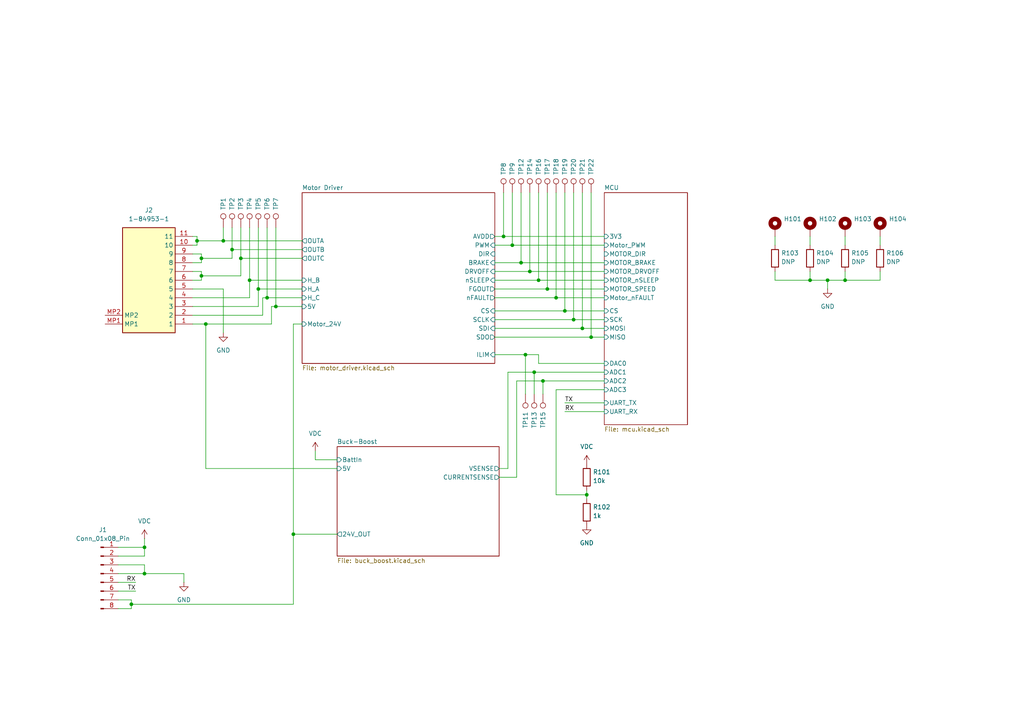
<source format=kicad_sch>
(kicad_sch (version 20231120) (generator "eeschema") (generator_version "8.0")
  (paper "A4")
  (lib_symbols
    (symbol "Connector:Conn_01x08_Pin" (pin_names (offset 1.016) hide)
      (property "Reference" "J" (at 0 10.16 0))
      (property "Value" "Conn_01x08_Pin" (at 0 -12.7 0))
      (symbol "Conn_01x08_Pin_1_1"
        (polyline (pts (xy 1.27 -10.16) (xy 0.8636 -10.16)) (stroke (width 0.1524)))
        (polyline (pts (xy 1.27 -7.62) (xy 0.8636 -7.62)) (stroke (width 0.1524)))
        (polyline (pts (xy 1.27 -5.08) (xy 0.8636 -5.08)) (stroke (width 0.1524)))
        (polyline (pts (xy 1.27 -2.54) (xy 0.8636 -2.54)) (stroke (width 0.1524)))
        (polyline (pts (xy 1.27 0) (xy 0.8636 0)) (stroke (width 0.1524)))
        (polyline (pts (xy 1.27 2.54) (xy 0.8636 2.54)) (stroke (width 0.1524)))
        (polyline (pts (xy 1.27 5.08) (xy 0.8636 5.08)) (stroke (width 0.1524)))
        (polyline (pts (xy 1.27 7.62) (xy 0.8636 7.62)) (stroke (width 0.1524)))
        (rectangle (start 0.8636 -10.033) (end 0 -10.287) (stroke (width 0.1524)) (fill (type outline)))
        (rectangle (start 0.8636 -7.493) (end 0 -7.747) (stroke (width 0.1524)) (fill (type outline)))
        (rectangle (start 0.8636 -4.953) (end 0 -5.207) (stroke (width 0.1524)) (fill (type outline)))
        (rectangle (start 0.8636 -2.413) (end 0 -2.667) (stroke (width 0.1524)) (fill (type outline)))
        (rectangle (start 0.8636 0.127) (end 0 -0.127) (stroke (width 0.1524)) (fill (type outline)))
        (rectangle (start 0.8636 2.667) (end 0 2.413) (stroke (width 0.1524)) (fill (type outline)))
        (rectangle (start 0.8636 5.207) (end 0 4.953) (stroke (width 0.1524)) (fill (type outline)))
        (rectangle (start 0.8636 7.747) (end 0 7.493) (stroke (width 0.1524)) (fill (type outline)))
        (pin passive line (at 5.08 7.62 180) (length 3.81) (name "Pin_1") (number "1"))
        (pin passive line (at 5.08 5.08 180) (length 3.81) (name "Pin_2") (number "2"))
        (pin passive line (at 5.08 2.54 180) (length 3.81) (name "Pin_3") (number "3"))
        (pin passive line (at 5.08 0 180) (length 3.81) (name "Pin_4") (number "4"))
        (pin passive line (at 5.08 -2.54 180) (length 3.81) (name "Pin_5") (number "5"))
        (pin passive line (at 5.08 -5.08 180) (length 3.81) (name "Pin_6") (number "6"))
        (pin passive line (at 5.08 -7.62 180) (length 3.81) (name "Pin_7") (number "7"))
        (pin passive line (at 5.08 -10.16 180) (length 3.81) (name "Pin_8") (number "8"))
      )
    )
    (symbol "Connector:TestPoint" (pin_numbers hide) (pin_names (offset 0.762) hide)
      (property "Reference" "TP" (at 0 6.858 0))
      (property "Value" "TestPoint" (at 0 5.08 0))
      (symbol "TestPoint_0_1"
        (circle (center 0 3.302) (radius 0.762))
      )
      (symbol "TestPoint_1_1"
        (pin passive line (at 0 0 90) (length 2.54) (name "1") (number "1"))
      )
    )
    (symbol "Device:R" (pin_numbers hide) (pin_names (offset 0))
      (property "Reference" "R" (at 2.032 0 90))
      (property "Value" "R" (at 0 0 90))
      (symbol "R_0_1"
        (rectangle (start -1.016 -2.54) (end 1.016 2.54) (stroke (width 0.254)))
      )
      (symbol "R_1_1"
        (pin passive line (at 0 3.81 270) (length 1.27) (name "~") (number "1"))
        (pin passive line (at 0 -3.81 90) (length 1.27) (name "~") (number "2"))
      )
    )
    (symbol "Mechanical:MountingHole_Pad" (pin_numbers hide) (pin_names (offset 1.016) hide) (exclude_from_sim yes) (in_bom no)
      (property "Reference" "H" (at 0 6.35 0))
      (property "Value" "MountingHole_Pad" (at 0 4.445 0))
      (symbol "MountingHole_Pad_0_1"
        (circle (center 0 1.27) (radius 1.27) (stroke (width 1.27)))
      )
      (symbol "MountingHole_Pad_1_1"
        (pin input line (at 0 -2.54 90) (length 2.54) (name "1") (number "1"))
      )
    )
    (symbol "RW_Imports:1-84953-1"
      (property "Reference" "J" (at 21.59 7.62 0))
      (property "Value" "1-84953-1" (at 21.59 5.08 0))
      (symbol "1-84953-1_1_1"
        (rectangle (start 5.08 2.54) (end 20.32 -27.94) (stroke (width 0.254)) (fill (type background)))
        (pin passive line (at 25.4 0 180) (length 5.08) (name "1") (number "1"))
        (pin passive line (at 25.4 -22.86 180) (length 5.08) (name "10") (number "10"))
        (pin passive line (at 25.4 -25.4 180) (length 5.08) (name "11") (number "11"))
        (pin passive line (at 25.4 -2.54 180) (length 5.08) (name "2") (number "2"))
        (pin passive line (at 25.4 -5.08 180) (length 5.08) (name "3") (number "3"))
        (pin passive line (at 25.4 -7.62 180) (length 5.08) (name "4") (number "4"))
        (pin passive line (at 25.4 -10.16 180) (length 5.08) (name "5") (number "5"))
        (pin passive line (at 25.4 -12.7 180) (length 5.08) (name "6") (number "6"))
        (pin passive line (at 25.4 -15.24 180) (length 5.08) (name "7") (number "7"))
        (pin passive line (at 25.4 -17.78 180) (length 5.08) (name "8") (number "8"))
        (pin passive line (at 25.4 -20.32 180) (length 5.08) (name "9") (number "9"))
        (pin passive line (at 0 0 0) (length 5.08) (name "MP1") (number "MP1"))
        (pin passive line (at 0 -2.54 0) (length 5.08) (name "MP2") (number "MP2"))
      )
    )
    (symbol "power:GND" (power) (pin_numbers hide) (pin_names (offset 0) hide)
      (property "Value" "GND" (at 0 -3.81 0))
      (symbol "GND_0_1"
        (polyline (pts (xy 0 0) (xy 0 -1.27) (xy 1.27 -1.27) (xy 0 -2.54) (xy -1.27 -1.27) (xy 0 -1.27)))
      )
      (symbol "GND_1_1"
        (pin power_in line (at 0 0 270) (length 0) (name "~") (number "1"))
      )
    )
    (symbol "power:VDC" (power) (pin_numbers hide) (pin_names (offset 0) hide)
      (property "Value" "VDC" (at 0 3.556 0))
      (symbol "VDC_0_1"
        (polyline (pts (xy -0.762 1.27) (xy 0 2.54)))
        (polyline (pts (xy 0 0) (xy 0 2.54)))
        (polyline (pts (xy 0 2.54) (xy 0.762 1.27)))
      )
      (symbol "VDC_1_1"
        (pin power_in line (at 0 0 90) (length 0) (name "~") (number "1"))
      )
    )
  )
  (junction (at 161.29 86.36))
  (junction (at 41.91 158.75))
  (junction (at 234.95 81.28))
  (junction (at 240.03 81.28))
  (junction (at 146.05 68.58))
  (junction (at 74.93 83.82))
  (junction (at 168.91 95.25))
  (junction (at 166.37 92.71))
  (junction (at 80.01 88.9))
  (junction (at 58.42 74.93))
  (junction (at 158.75 83.82))
  (junction (at 170.18 143.51))
  (junction (at 245.11 81.28))
  (junction (at 163.83 90.17))
  (junction (at 148.59 71.12))
  (junction (at 154.94 107.95))
  (junction (at 72.39 81.28))
  (junction (at 41.91 166.37))
  (junction (at 58.42 80.01))
  (junction (at 151.13 76.2))
  (junction (at 57.15 69.85))
  (junction (at 38.1 175.26))
  (junction (at 67.31 72.39))
  (junction (at 156.21 81.28))
  (junction (at 85.09 154.94))
  (junction (at 64.77 69.85))
  (junction (at 152.4 102.87))
  (junction (at 153.67 78.74))
  (junction (at 171.45 97.79))
  (junction (at 69.85 74.93))
  (junction (at 77.47 86.36))
  (junction (at 157.48 110.49))
  (junction (at 59.69 93.98))
  (wire (pts (xy 166.37 55.88) (xy 166.37 92.71)))
  (wire (pts (xy 55.88 83.82) (xy 64.77 83.82)))
  (wire (pts (xy 161.29 143.51) (xy 161.29 113.03)))
  (wire (pts (xy 146.05 55.88) (xy 146.05 68.58)))
  (wire (pts (xy 85.09 154.94) (xy 85.09 93.98)))
  (wire (pts (xy 64.77 83.82) (xy 64.77 96.52)))
  (wire (pts (xy 158.75 83.82) (xy 175.26 83.82)))
  (wire (pts (xy 255.27 68.58) (xy 255.27 71.12)))
  (wire (pts (xy 153.67 55.88) (xy 153.67 78.74)))
  (wire (pts (xy 234.95 78.74) (xy 234.95 81.28)))
  (wire (pts (xy 143.51 83.82) (xy 158.75 83.82)))
  (wire (pts (xy 53.34 166.37) (xy 53.34 168.91)))
  (wire (pts (xy 64.77 66.04) (xy 64.77 69.85)))
  (wire (pts (xy 57.15 69.85) (xy 57.15 71.12)))
  (wire (pts (xy 34.29 173.99) (xy 38.1 173.99)))
  (wire (pts (xy 85.09 93.98) (xy 87.63 93.98)))
  (wire (pts (xy 245.11 78.74) (xy 245.11 81.28)))
  (wire (pts (xy 163.83 55.88) (xy 163.83 90.17)))
  (wire (pts (xy 41.91 161.29) (xy 41.91 158.75)))
  (wire (pts (xy 168.91 95.25) (xy 175.26 95.25)))
  (wire (pts (xy 77.47 86.36) (xy 87.63 86.36)))
  (wire (pts (xy 34.29 166.37) (xy 41.91 166.37)))
  (wire (pts (xy 143.51 95.25) (xy 168.91 95.25)))
  (wire (pts (xy 34.29 168.91) (xy 39.37 168.91)))
  (wire (pts (xy 72.39 86.36) (xy 55.88 86.36)))
  (wire (pts (xy 67.31 74.93) (xy 58.42 74.93)))
  (wire (pts (xy 156.21 105.41) (xy 175.26 105.41)))
  (wire (pts (xy 76.2 86.36) (xy 76.2 91.44)))
  (wire (pts (xy 240.03 81.28) (xy 240.03 83.82)))
  (wire (pts (xy 158.75 55.88) (xy 158.75 83.82)))
  (wire (pts (xy 85.09 175.26) (xy 85.09 154.94)))
  (wire (pts (xy 143.51 76.2) (xy 151.13 76.2)))
  (wire (pts (xy 170.18 142.24) (xy 170.18 143.51)))
  (wire (pts (xy 72.39 66.04) (xy 72.39 81.28)))
  (wire (pts (xy 58.42 74.93) (xy 58.42 73.66)))
  (wire (pts (xy 74.93 66.04) (xy 74.93 83.82)))
  (wire (pts (xy 38.1 175.26) (xy 38.1 176.53)))
  (wire (pts (xy 57.15 68.58) (xy 57.15 69.85)))
  (wire (pts (xy 143.51 92.71) (xy 166.37 92.71)))
  (wire (pts (xy 97.79 154.94) (xy 85.09 154.94)))
  (wire (pts (xy 161.29 86.36) (xy 175.26 86.36)))
  (wire (pts (xy 143.51 81.28) (xy 156.21 81.28)))
  (wire (pts (xy 67.31 66.04) (xy 67.31 72.39)))
  (wire (pts (xy 149.86 138.43) (xy 149.86 110.49)))
  (wire (pts (xy 58.42 80.01) (xy 69.85 80.01)))
  (wire (pts (xy 72.39 81.28) (xy 72.39 86.36)))
  (wire (pts (xy 80.01 66.04) (xy 80.01 88.9)))
  (wire (pts (xy 143.51 102.87) (xy 152.4 102.87)))
  (wire (pts (xy 59.69 93.98) (xy 55.88 93.98)))
  (wire (pts (xy 64.77 69.85) (xy 87.63 69.85)))
  (wire (pts (xy 34.29 171.45) (xy 39.37 171.45)))
  (wire (pts (xy 59.69 135.89) (xy 59.69 93.98)))
  (wire (pts (xy 38.1 175.26) (xy 85.09 175.26)))
  (wire (pts (xy 55.88 88.9) (xy 74.93 88.9)))
  (wire (pts (xy 69.85 74.93) (xy 69.85 80.01)))
  (wire (pts (xy 175.26 107.95) (xy 154.94 107.95)))
  (wire (pts (xy 91.44 133.35) (xy 97.79 133.35)))
  (wire (pts (xy 157.48 110.49) (xy 175.26 110.49)))
  (wire (pts (xy 41.91 158.75) (xy 41.91 156.21)))
  (wire (pts (xy 171.45 97.79) (xy 175.26 97.79)))
  (wire (pts (xy 74.93 83.82) (xy 87.63 83.82)))
  (wire (pts (xy 234.95 68.58) (xy 234.95 71.12)))
  (wire (pts (xy 55.88 76.2) (xy 58.42 76.2)))
  (wire (pts (xy 240.03 81.28) (xy 245.11 81.28)))
  (wire (pts (xy 78.74 93.98) (xy 59.69 93.98)))
  (wire (pts (xy 171.45 55.88) (xy 171.45 97.79)))
  (wire (pts (xy 55.88 73.66) (xy 58.42 73.66)))
  (wire (pts (xy 72.39 81.28) (xy 87.63 81.28)))
  (wire (pts (xy 76.2 86.36) (xy 77.47 86.36)))
  (wire (pts (xy 146.05 68.58) (xy 175.26 68.58)))
  (wire (pts (xy 147.32 135.89) (xy 144.78 135.89)))
  (wire (pts (xy 57.15 71.12) (xy 55.88 71.12)))
  (wire (pts (xy 143.51 78.74) (xy 153.67 78.74)))
  (wire (pts (xy 163.83 116.84) (xy 175.26 116.84)))
  (wire (pts (xy 57.15 69.85) (xy 64.77 69.85)))
  (wire (pts (xy 97.79 135.89) (xy 59.69 135.89)))
  (wire (pts (xy 55.88 81.28) (xy 58.42 81.28)))
  (wire (pts (xy 69.85 66.04) (xy 69.85 74.93)))
  (wire (pts (xy 163.83 90.17) (xy 175.26 90.17)))
  (wire (pts (xy 58.42 80.01) (xy 58.42 78.74)))
  (wire (pts (xy 53.34 166.37) (xy 41.91 166.37)))
  (wire (pts (xy 245.11 68.58) (xy 245.11 71.12)))
  (wire (pts (xy 143.51 90.17) (xy 163.83 90.17)))
  (wire (pts (xy 148.59 55.88) (xy 148.59 71.12)))
  (wire (pts (xy 163.83 119.38) (xy 175.26 119.38)))
  (wire (pts (xy 224.79 68.58) (xy 224.79 71.12)))
  (wire (pts (xy 143.51 71.12) (xy 148.59 71.12)))
  (wire (pts (xy 224.79 81.28) (xy 234.95 81.28)))
  (wire (pts (xy 168.91 55.88) (xy 168.91 95.25)))
  (wire (pts (xy 55.88 78.74) (xy 58.42 78.74)))
  (wire (pts (xy 152.4 114.3) (xy 152.4 102.87)))
  (wire (pts (xy 157.48 110.49) (xy 157.48 114.3)))
  (wire (pts (xy 149.86 110.49) (xy 157.48 110.49)))
  (wire (pts (xy 143.51 97.79) (xy 171.45 97.79)))
  (wire (pts (xy 78.74 88.9) (xy 78.74 93.98)))
  (wire (pts (xy 34.29 163.83) (xy 41.91 163.83)))
  (wire (pts (xy 87.63 88.9) (xy 80.01 88.9)))
  (wire (pts (xy 156.21 102.87) (xy 156.21 105.41)))
  (wire (pts (xy 41.91 163.83) (xy 41.91 166.37)))
  (wire (pts (xy 67.31 72.39) (xy 87.63 72.39)))
  (wire (pts (xy 34.29 176.53) (xy 38.1 176.53)))
  (wire (pts (xy 80.01 88.9) (xy 78.74 88.9)))
  (wire (pts (xy 143.51 68.58) (xy 146.05 68.58)))
  (wire (pts (xy 69.85 74.93) (xy 87.63 74.93)))
  (wire (pts (xy 166.37 92.71) (xy 175.26 92.71)))
  (wire (pts (xy 234.95 81.28) (xy 240.03 81.28)))
  (wire (pts (xy 67.31 72.39) (xy 67.31 74.93)))
  (wire (pts (xy 144.78 138.43) (xy 149.86 138.43)))
  (wire (pts (xy 34.29 161.29) (xy 41.91 161.29)))
  (wire (pts (xy 55.88 68.58) (xy 57.15 68.58)))
  (wire (pts (xy 148.59 71.12) (xy 175.26 71.12)))
  (wire (pts (xy 255.27 81.28) (xy 255.27 78.74)))
  (wire (pts (xy 58.42 81.28) (xy 58.42 80.01)))
  (wire (pts (xy 147.32 107.95) (xy 147.32 135.89)))
  (wire (pts (xy 156.21 81.28) (xy 175.26 81.28)))
  (wire (pts (xy 74.93 88.9) (xy 74.93 83.82)))
  (wire (pts (xy 170.18 143.51) (xy 161.29 143.51)))
  (wire (pts (xy 151.13 76.2) (xy 175.26 76.2)))
  (wire (pts (xy 34.29 158.75) (xy 41.91 158.75)))
  (wire (pts (xy 156.21 55.88) (xy 156.21 81.28)))
  (wire (pts (xy 58.42 76.2) (xy 58.42 74.93)))
  (wire (pts (xy 143.51 86.36) (xy 161.29 86.36)))
  (wire (pts (xy 245.11 81.28) (xy 255.27 81.28)))
  (wire (pts (xy 76.2 91.44) (xy 55.88 91.44)))
  (wire (pts (xy 154.94 107.95) (xy 147.32 107.95)))
  (wire (pts (xy 161.29 55.88) (xy 161.29 86.36)))
  (wire (pts (xy 77.47 66.04) (xy 77.47 86.36)))
  (wire (pts (xy 153.67 78.74) (xy 175.26 78.74)))
  (wire (pts (xy 161.29 113.03) (xy 175.26 113.03)))
  (wire (pts (xy 91.44 130.81) (xy 91.44 133.35)))
  (wire (pts (xy 151.13 55.88) (xy 151.13 76.2)))
  (wire (pts (xy 152.4 102.87) (xy 156.21 102.87)))
  (wire (pts (xy 224.79 78.74) (xy 224.79 81.28)))
  (wire (pts (xy 38.1 173.99) (xy 38.1 175.26)))
  (wire (pts (xy 154.94 107.95) (xy 154.94 114.3)))
  (wire (pts (xy 170.18 143.51) (xy 170.18 144.78)))
  (label "RX" (at 163.83 119.38 0))
  (label "TX" (at 163.83 116.84 0))
  (label "TX" (at 39.37 171.45 180))
  (label "RX" (at 39.37 168.91 180))
  (symbol (lib_id "Device:R") (at 234.95 74.93 0) (unit 1)
    (property "Reference" "R104" (at 236.728 73.406 0) (effects (justify left)))
    (property "Value" "DNP" (at 236.728 75.946 0) (effects (justify left)))
    (property "Footprint" "Resistor_SMD:R_0402_1005Metric" (effects (hide yes)))
    (property "Description" "Resistor" (effects (hide yes)))
  )
  (symbol (lib_id "Connector:TestPoint") (at 152.4 114.3 180) (unit 1)
    (property "Reference" "TP11" (at 152.4 119.38 90) (effects (justify left)))
    (property "Value" "TestPoint" (effects (hide yes)))
    (property "Footprint" "TestPoint:TestPoint_Pad_1.0x1.0mm" (effects (hide yes)))
    (property "Description" "test point" (effects (hide yes)))
  )
  (symbol (lib_id "Connector:TestPoint") (at 148.59 55.88 0) (unit 1)
    (property "Reference" "TP9" (at 148.59 50.8 90) (effects (justify left)))
    (property "Value" "TestPoint" (effects (hide yes)))
    (property "Footprint" "TestPoint:TestPoint_Pad_1.0x1.0mm" (effects (hide yes)))
    (property "Description" "test point" (effects (hide yes)))
  )
  (symbol (lib_id "RW_Imports:1-84953-1") (at 30.48 93.98 0) (mirror x) (unit 1)
    (property "Reference" "J2" (at 43.18 60.96 0))
    (property "Value" "1-84953-1" (at 43.18 63.5 0))
    (property "Footprint" "1849531" (effects (hide yes)))
    (property "Datasheet" "https://www.te.com/commerce/DocumentDelivery/DDEController?Action=showdoc&DocId=Customer+Drawing%7F84953%7FA3%7Fpdf%7FEnglish%7FENG_CD_84953_A3.pdf%7F1-84953-5" (effects (hide yes)))
    (property "Description" "1MM FPC HORZ.TOP CONT.ASSY 11P" (effects (hide yes)))
    (property "Height" "2.74" (effects (hide yes)))
    (property "Mouser Part Number" "571-1-84953-1" (effects (hide yes)))
    (property "Mouser Price/Stock" "https://www.mouser.co.uk/ProductDetail/TE-Connectivity/1-84953-1?qs=uUkeXfjQ8uQbyHjuXR99Yw%3D%3D" (effects (hide yes)))
    (property "Manufacturer_Name" "TE Connectivity" (effects (hide yes)))
    (property "Manufacturer_Part_Number" "1-84953-1" (effects (hide yes)))
  )
  (symbol (lib_id "Mechanical:MountingHole_Pad") (at 245.11 66.04 0) (unit 1) (exclude_from_sim yes) (in_bom no)
    (property "Reference" "H103" (at 247.65 63.4999 0) (effects (justify left)))
    (property "Value" "MountingHole_Pad" (effects (hide yes)))
    (property "Footprint" "RW_Imports:MountingHole_3.4mm_Pad" (effects (hide yes)))
    (property "Description" "Mounting Hole with connection" (effects (hide yes)))
  )
  (symbol (lib_id "Connector:TestPoint") (at 72.39 66.04 0) (unit 1)
    (property "Reference" "TP4" (at 72.39 60.96 90) (effects (justify left)))
    (property "Value" "TestPoint" (effects (hide yes)))
    (property "Footprint" "TestPoint:TestPoint_Pad_1.0x1.0mm" (effects (hide yes)))
    (property "Description" "test point" (effects (hide yes)))
  )
  (symbol (lib_id "Connector:TestPoint") (at 153.67 55.88 0) (unit 1)
    (property "Reference" "TP14" (at 153.67 50.8 90) (effects (justify left)))
    (property "Value" "TestPoint" (effects (hide yes)))
    (property "Footprint" "TestPoint:TestPoint_Pad_1.0x1.0mm" (effects (hide yes)))
    (property "Description" "test point" (effects (hide yes)))
  )
  (symbol (lib_id "Device:R") (at 170.18 148.59 0) (unit 1)
    (property "Reference" "R102" (at 171.958 147.066 0) (effects (justify left)))
    (property "Value" "1k" (at 171.958 149.606 0) (effects (justify left)))
    (property "Footprint" "Resistor_SMD:R_0402_1005Metric" (effects (hide yes)))
    (property "Description" "Resistor" (effects (hide yes)))
  )
  (symbol (lib_id "power:GND") (at 170.18 152.4 0) (unit 1)
    (property "Reference" "#PWR0102" (effects (hide yes)))
    (property "Value" "GND" (at 170.18 157.48 0))
    (property "Description" "Power symbol creates a global label with name \"GND\" , ground" (effects (hide yes)))
  )
  (symbol (lib_id "Connector:TestPoint") (at 161.29 55.88 0) (unit 1)
    (property "Reference" "TP18" (at 161.29 50.8 90) (effects (justify left)))
    (property "Value" "TestPoint" (effects (hide yes)))
    (property "Footprint" "TestPoint:TestPoint_Pad_1.0x1.0mm" (effects (hide yes)))
    (property "Description" "test point" (effects (hide yes)))
  )
  (symbol (lib_id "Connector:TestPoint") (at 166.37 55.88 0) (unit 1)
    (property "Reference" "TP20" (at 166.37 50.8 90) (effects (justify left)))
    (property "Value" "TestPoint" (effects (hide yes)))
    (property "Footprint" "TestPoint:TestPoint_Pad_1.0x1.0mm" (effects (hide yes)))
    (property "Description" "test point" (effects (hide yes)))
  )
  (symbol (lib_id "Connector:TestPoint") (at 156.21 55.88 0) (unit 1)
    (property "Reference" "TP16" (at 156.21 50.8 90) (effects (justify left)))
    (property "Value" "TestPoint" (effects (hide yes)))
    (property "Footprint" "TestPoint:TestPoint_Pad_1.0x1.0mm" (effects (hide yes)))
    (property "Description" "test point" (effects (hide yes)))
  )
  (symbol (lib_id "Connector:TestPoint") (at 64.77 66.04 0) (unit 1)
    (property "Reference" "TP1" (at 64.77 60.96 90) (effects (justify left)))
    (property "Value" "TestPoint" (effects (hide yes)))
    (property "Footprint" "TestPoint:TestPoint_Pad_1.0x1.0mm" (effects (hide yes)))
    (property "Description" "test point" (effects (hide yes)))
  )
  (symbol (lib_id "Connector:TestPoint") (at 74.93 66.04 0) (unit 1)
    (property "Reference" "TP5" (at 74.93 60.96 90) (effects (justify left)))
    (property "Value" "TestPoint" (effects (hide yes)))
    (property "Footprint" "TestPoint:TestPoint_Pad_1.0x1.0mm" (effects (hide yes)))
    (property "Description" "test point" (effects (hide yes)))
  )
  (symbol (lib_id "Connector:TestPoint") (at 154.94 114.3 180) (unit 1)
    (property "Reference" "TP13" (at 154.94 119.38 90) (effects (justify left)))
    (property "Value" "TestPoint" (effects (hide yes)))
    (property "Footprint" "TestPoint:TestPoint_Pad_1.0x1.0mm" (effects (hide yes)))
    (property "Description" "test point" (effects (hide yes)))
  )
  (symbol (lib_id "Device:R") (at 224.79 74.93 0) (unit 1)
    (property "Reference" "R103" (at 226.568 73.406 0) (effects (justify left)))
    (property "Value" "DNP" (at 226.568 75.946 0) (effects (justify left)))
    (property "Footprint" "Resistor_SMD:R_0402_1005Metric" (effects (hide yes)))
    (property "Description" "Resistor" (effects (hide yes)))
  )
  (symbol (lib_id "Connector:TestPoint") (at 77.47 66.04 0) (unit 1)
    (property "Reference" "TP6" (at 77.47 60.96 90) (effects (justify left)))
    (property "Value" "TestPoint" (effects (hide yes)))
    (property "Footprint" "TestPoint:TestPoint_Pad_1.0x1.0mm" (effects (hide yes)))
    (property "Description" "test point" (effects (hide yes)))
  )
  (symbol (lib_id "power:VDC") (at 91.44 130.81 0) (unit 1)
    (property "Reference" "#PWR04" (effects (hide yes)))
    (property "Value" "VDC" (at 91.44 125.73 0))
    (property "Description" "Power symbol creates a global label with name \"VDC\"" (effects (hide yes)))
  )
  (symbol (lib_id "power:VDC") (at 170.18 134.62 0) (unit 1)
    (property "Reference" "#PWR0101" (effects (hide yes)))
    (property "Value" "VDC" (at 170.18 129.54 0))
    (property "Description" "Power symbol creates a global label with name \"VDC\"" (effects (hide yes)))
  )
  (symbol (lib_id "power:GND") (at 240.03 83.82 0) (unit 1)
    (property "Reference" "#PWR0103" (effects (hide yes)))
    (property "Value" "GND" (at 240.03 88.9 0))
    (property "Description" "Power symbol creates a global label with name \"GND\" , ground" (effects (hide yes)))
  )
  (symbol (lib_id "Connector:TestPoint") (at 151.13 55.88 0) (unit 1)
    (property "Reference" "TP12" (at 151.13 50.8 90) (effects (justify left)))
    (property "Value" "TestPoint" (effects (hide yes)))
    (property "Footprint" "TestPoint:TestPoint_Pad_1.0x1.0mm" (effects (hide yes)))
    (property "Description" "test point" (effects (hide yes)))
  )
  (symbol (lib_id "Device:R") (at 245.11 74.93 0) (unit 1)
    (property "Reference" "R105" (at 246.888 73.406 0) (effects (justify left)))
    (property "Value" "DNP" (at 246.888 75.946 0) (effects (justify left)))
    (property "Footprint" "Resistor_SMD:R_0402_1005Metric" (effects (hide yes)))
    (property "Description" "Resistor" (effects (hide yes)))
  )
  (symbol (lib_id "Connector:TestPoint") (at 168.91 55.88 0) (unit 1)
    (property "Reference" "TP21" (at 168.91 50.8 90) (effects (justify left)))
    (property "Value" "TestPoint" (effects (hide yes)))
    (property "Footprint" "TestPoint:TestPoint_Pad_1.0x1.0mm" (effects (hide yes)))
    (property "Description" "test point" (effects (hide yes)))
  )
  (symbol (lib_id "Connector:Conn_01x08_Pin") (at 29.21 166.37 0) (unit 1)
    (property "Reference" "J1" (at 29.845 153.67 0))
    (property "Value" "Conn_01x08_Pin" (at 29.845 156.21 0))
    (property "Footprint" "Connector_Molex:Molex_PicoBlade_53048-0810_1x08_P1.25mm_Horizontal" (effects (hide yes)))
    (property "Description" "Generic connector, single row, 01x08, script generated" (effects (hide yes)))
  )
  (symbol (lib_id "Mechanical:MountingHole_Pad") (at 224.79 66.04 0) (unit 1) (exclude_from_sim yes) (in_bom no)
    (property "Reference" "H101" (at 227.33 63.4999 0) (effects (justify left)))
    (property "Value" "MountingHole_Pad" (effects (hide yes)))
    (property "Footprint" "RW_Imports:MountingHole_3.4mm_Pad" (effects (hide yes)))
    (property "Description" "Mounting Hole with connection" (effects (hide yes)))
  )
  (symbol (lib_id "Mechanical:MountingHole_Pad") (at 234.95 66.04 0) (unit 1) (exclude_from_sim yes) (in_bom no)
    (property "Reference" "H102" (at 237.49 63.4999 0) (effects (justify left)))
    (property "Value" "MountingHole_Pad" (effects (hide yes)))
    (property "Footprint" "RW_Imports:MountingHole_3.4mm_Pad" (effects (hide yes)))
    (property "Description" "Mounting Hole with connection" (effects (hide yes)))
  )
  (symbol (lib_id "Connector:TestPoint") (at 69.85 66.04 0) (unit 1)
    (property "Reference" "TP3" (at 69.85 60.96 90) (effects (justify left)))
    (property "Value" "TestPoint" (effects (hide yes)))
    (property "Footprint" "TestPoint:TestPoint_Pad_1.0x1.0mm" (effects (hide yes)))
    (property "Description" "test point" (effects (hide yes)))
  )
  (symbol (lib_id "Connector:TestPoint") (at 67.31 66.04 0) (unit 1)
    (property "Reference" "TP2" (at 67.31 60.96 90) (effects (justify left)))
    (property "Value" "TestPoint" (effects (hide yes)))
    (property "Footprint" "TestPoint:TestPoint_Pad_1.0x1.0mm" (effects (hide yes)))
    (property "Description" "test point" (effects (hide yes)))
  )
  (symbol (lib_id "power:GND") (at 53.34 168.91 0) (unit 1)
    (property "Reference" "#PWR02" (effects (hide yes)))
    (property "Value" "GND" (at 53.34 173.99 0))
    (property "Description" "Power symbol creates a global label with name \"GND\" , ground" (effects (hide yes)))
  )
  (symbol (lib_id "power:VDC") (at 41.91 156.21 0) (unit 1)
    (property "Reference" "#PWR01" (effects (hide yes)))
    (property "Value" "VDC" (at 41.91 151.13 0))
    (property "Description" "Power symbol creates a global label with name \"VDC\"" (effects (hide yes)))
  )
  (symbol (lib_id "Connector:TestPoint") (at 146.05 55.88 0) (unit 1)
    (property "Reference" "TP8" (at 146.05 50.8 90) (effects (justify left)))
    (property "Value" "TestPoint" (effects (hide yes)))
    (property "Footprint" "TestPoint:TestPoint_Pad_1.0x1.0mm" (effects (hide yes)))
    (property "Description" "test point" (effects (hide yes)))
  )
  (symbol (lib_id "Connector:TestPoint") (at 171.45 55.88 0) (unit 1)
    (property "Reference" "TP22" (at 171.45 50.8 90) (effects (justify left)))
    (property "Value" "TestPoint" (effects (hide yes)))
    (property "Footprint" "TestPoint:TestPoint_Pad_1.0x1.0mm" (effects (hide yes)))
    (property "Description" "test point" (effects (hide yes)))
  )
  (symbol (lib_id "Device:R") (at 170.18 138.43 0) (unit 1)
    (property "Reference" "R101" (at 171.958 136.906 0) (effects (justify left)))
    (property "Value" "10k" (at 171.958 139.446 0) (effects (justify left)))
    (property "Footprint" "Resistor_SMD:R_0402_1005Metric" (effects (hide yes)))
    (property "Description" "Resistor" (effects (hide yes)))
  )
  (symbol (lib_id "Connector:TestPoint") (at 157.48 114.3 180) (unit 1)
    (property "Reference" "TP15" (at 157.48 119.38 90) (effects (justify left)))
    (property "Value" "TestPoint" (effects (hide yes)))
    (property "Footprint" "TestPoint:TestPoint_Pad_1.0x1.0mm" (effects (hide yes)))
    (property "Description" "test point" (effects (hide yes)))
  )
  (symbol (lib_id "Mechanical:MountingHole_Pad") (at 255.27 66.04 0) (unit 1) (exclude_from_sim yes) (in_bom no)
    (property "Reference" "H104" (at 257.81 63.4999 0) (effects (justify left)))
    (property "Value" "MountingHole_Pad" (effects (hide yes)))
    (property "Footprint" "RW_Imports:MountingHole_3.4mm_Pad" (effects (hide yes)))
    (property "Description" "Mounting Hole with connection" (effects (hide yes)))
  )
  (symbol (lib_id "Connector:TestPoint") (at 163.83 55.88 0) (unit 1)
    (property "Reference" "TP19" (at 163.83 50.8 90) (effects (justify left)))
    (property "Value" "TestPoint" (effects (hide yes)))
    (property "Footprint" "TestPoint:TestPoint_Pad_1.0x1.0mm" (effects (hide yes)))
    (property "Description" "test point" (effects (hide yes)))
  )
  (symbol (lib_id "Connector:TestPoint") (at 158.75 55.88 0) (unit 1)
    (property "Reference" "TP17" (at 158.75 50.8 90) (effects (justify left)))
    (property "Value" "TestPoint" (effects (hide yes)))
    (property "Footprint" "TestPoint:TestPoint_Pad_1.0x1.0mm" (effects (hide yes)))
    (property "Description" "test point" (effects (hide yes)))
  )
  (symbol (lib_id "Connector:TestPoint") (at 80.01 66.04 0) (unit 1)
    (property "Reference" "TP7" (at 80.01 60.96 90) (effects (justify left)))
    (property "Value" "TestPoint" (effects (hide yes)))
    (property "Footprint" "TestPoint:TestPoint_Pad_1.0x1.0mm" (effects (hide yes)))
    (property "Description" "test point" (effects (hide yes)))
  )
  (symbol (lib_id "power:GND") (at 64.77 96.52 0) (unit 1)
    (property "Reference" "#PWR03" (effects (hide yes)))
    (property "Value" "GND" (at 64.77 101.6 0))
    (property "Description" "Power symbol creates a global label with name \"GND\" , ground" (effects (hide yes)))
  )
  (symbol (lib_id "Device:R") (at 255.27 74.93 0) (unit 1)
    (property "Reference" "R106" (at 257.048 73.406 0) (effects (justify left)))
    (property "Value" "DNP" (at 257.048 75.946 0) (effects (justify left)))
    (property "Footprint" "Resistor_SMD:R_0402_1005Metric" (effects (hide yes)))
    (property "Description" "Resistor" (effects (hide yes)))
  )
  (sheet (at 87.63 55.88) (size 55.88 49.53) (stroke (width 0.1524))
    (property "Sheetname" "Motor Driver" (at 87.63 55.1684 0) (effects (justify left bottom)))
    (property "Sheetfile" "motor_driver.kicad_sch" (at 87.63 105.9946 0) (effects (justify left top)))
    (pin "FGOUT" output (at 143.51 83.82 0))
    (pin "PWM" input (at 143.51 71.12 0))
    (pin "DIR" input (at 143.51 73.66 0))
    (pin "BRAKE" input (at 143.51 76.2 0))
    (pin "OUTB" output (at 87.63 72.39 180))
    (pin "OUTA" output (at 87.63 69.85 180))
    (pin "OUTC" output (at 87.63 74.93 180))
    (pin "nFAULT" output (at 143.51 86.36 0))
    (pin "DRVOFF" input (at 143.51 78.74 0))
    (pin "nSLEEP" input (at 143.51 81.28 0))
    (pin "AVDD" output (at 143.51 68.58 0))
    (pin "H_C" input (at 87.63 86.36 180))
    (pin "H_B" input (at 87.63 81.28 180))
    (pin "H_A" input (at 87.63 83.82 180))
    (pin "CS" input (at 143.51 90.17 0))
    (pin "Motor_24V" input (at 87.63 93.98 180))
    (pin "SCLK" input (at 143.51 92.71 0))
    (pin "SDI" input (at 143.51 95.25 0))
    (pin "SDO" output (at 143.51 97.79 0))
    (pin "5V" input (at 87.63 88.9 180))
    (pin "ILIM" input (at 143.51 102.87 0))
  )
  (sheet (at 97.79 129.54) (size 46.99 31.75) (stroke (width 0.1524))
    (property "Sheetname" "Buck-Boost" (at 97.79 128.8284 0) (effects (justify left bottom)))
    (property "Sheetfile" "buck_boost.kicad_sch" (at 97.79 161.8746 0) (effects (justify left top)))
    (pin "24V_OUT" output (at 97.79 154.94 180))
    (pin "BattIn" input (at 97.79 133.35 180))
    (pin "CURRENTSENSE" output (at 144.78 138.43 0))
    (pin "5V" input (at 97.79 135.89 180))
    (pin "VSENSE" output (at 144.78 135.89 0))
  )
  (sheet (at 175.26 55.88) (size 24.13 67.31) (stroke (width 0.1524))
    (property "Sheetname" "MCU" (at 175.26 55.1684 0) (effects (justify left bottom)))
    (property "Sheetfile" "mcu.kicad_sch" (at 175.26 123.7746 0) (effects (justify left top)))
    (pin "MISO" input (at 175.26 97.79 180))
    (pin "MOSI" input (at 175.26 95.25 180))
    (pin "CS" input (at 175.26 90.17 180))
    (pin "SCK" input (at 175.26 92.71 180))
    (pin "3V3" input (at 175.26 68.58 180))
    (pin "MOTOR_DIR" input (at 175.26 73.66 180))
    (pin "Motor_PWM" input (at 175.26 71.12 180))
    (pin "MOTOR_SPEED" input (at 175.26 83.82 180))
    (pin "MOTOR_BRAKE" input (at 175.26 76.2 180))
    (pin "MOTOR_DRVOFF" input (at 175.26 78.74 180))
    (pin "MOTOR_nSLEEP" input (at 175.26 81.28 180))
    (pin "Motor_nFAULT" input (at 175.26 86.36 180))
    (pin "UART_TX" input (at 175.26 116.84 180))
    (pin "UART_RX" input (at 175.26 119.38 180))
    (pin "ADC1" input (at 175.26 107.95 180))
    (pin "ADC2" input (at 175.26 110.49 180))
    (pin "DAC0" input (at 175.26 105.41 180))
    (pin "ADC3" input (at 175.26 113.03 180))
  )
)
</source>
